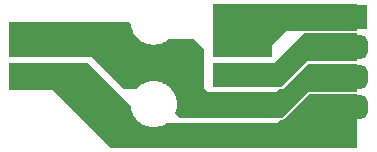
<source format=gbr>
%TF.GenerationSoftware,Altium Limited,Altium Designer,21.2.2 (38)*%
G04 Layer_Physical_Order=1*
G04 Layer_Color=255*
%FSLAX45Y45*%
%MOMM*%
%TF.SameCoordinates,3995F6FB-8084-4E5D-8546-3C017CB94CB1*%
%TF.FilePolarity,Positive*%
%TF.FileFunction,Copper,L1,Top,Signal*%
%TF.Part,Single*%
G01*
G75*
%TA.AperFunction,ComponentPad*%
%ADD10C,1.50000*%
%ADD11R,1.50000X1.50000*%
G04:AMPARAMS|DCode=12|XSize=2mm|YSize=5mm|CornerRadius=0.5mm|HoleSize=0mm|Usage=FLASHONLY|Rotation=270.000|XOffset=0mm|YOffset=0mm|HoleType=Round|Shape=RoundedRectangle|*
%AMROUNDEDRECTD12*
21,1,2.00000,4.00000,0,0,270.0*
21,1,1.00000,5.00000,0,0,270.0*
1,1,1.00000,-2.00000,-0.50000*
1,1,1.00000,-2.00000,0.50000*
1,1,1.00000,2.00000,0.50000*
1,1,1.00000,2.00000,-0.50000*
%
%ADD12ROUNDEDRECTD12*%
%ADD13R,5.00000X2.00000*%
G36*
X2974512Y1021920D02*
X2369979D01*
X2249979Y901920D01*
Y801920D01*
X1749979D01*
Y1251921D01*
X2974512D01*
Y1021920D01*
D02*
G37*
G36*
Y761920D02*
X2549979D01*
X2329979Y541920D01*
X1749979D01*
Y751921D01*
X2269979D01*
X2519979Y1001921D01*
X2974512D01*
Y761920D01*
D02*
G37*
G36*
X1055344Y1076556D02*
X1061533Y1045440D01*
X1062494Y1043120D01*
X1062984Y1040659D01*
X1075799Y1009720D01*
X1077194Y1007632D01*
X1078154Y1005313D01*
X1096758Y977470D01*
X1098533Y975695D01*
X1099928Y973607D01*
X1123607Y949929D01*
X1125695Y948534D01*
X1127470Y946758D01*
X1155313Y928154D01*
X1157633Y927193D01*
X1159720Y925799D01*
X1190658Y912984D01*
X1193121Y912494D01*
X1195440Y911533D01*
X1228284Y905000D01*
X1230795D01*
X1233256Y904511D01*
X1266743D01*
X1269206Y905000D01*
X1271716D01*
X1304560Y911533D01*
X1306880Y912494D01*
X1309341Y912984D01*
X1340280Y925799D01*
X1342368Y927194D01*
X1344686Y928154D01*
X1372530Y946758D01*
X1374305Y948534D01*
X1376392Y949928D01*
X1378385Y951920D01*
X1589979D01*
X1679979Y861921D01*
Y531920D01*
X1709979Y501921D01*
X2289979D01*
X2313743Y525684D01*
X2329979D01*
X2341459Y530440D01*
X2552940Y741921D01*
X2974512D01*
Y501921D01*
X2559979D01*
X2339979Y281920D01*
X1469979D01*
X1429467Y322433D01*
X1437016Y340658D01*
X1437506Y343120D01*
X1438467Y345440D01*
X1445000Y378283D01*
Y380795D01*
X1445490Y383256D01*
Y400000D01*
Y416743D01*
X1445000Y419205D01*
Y421716D01*
X1438467Y454560D01*
X1437506Y456879D01*
X1437016Y459341D01*
X1424201Y490280D01*
X1422806Y492368D01*
X1421846Y494686D01*
X1403242Y522530D01*
X1401466Y524305D01*
X1400072Y526392D01*
X1376392Y550071D01*
X1374305Y551466D01*
X1372530Y553241D01*
X1344686Y571846D01*
X1342367Y572807D01*
X1340280Y574201D01*
X1309342Y587016D01*
X1306879Y587506D01*
X1304560Y588467D01*
X1271716Y595000D01*
X1269205D01*
X1266743Y595490D01*
X1233256D01*
X1230795Y595000D01*
X1228283D01*
X1195440Y588467D01*
X1193121Y587506D01*
X1190659Y587016D01*
X1159720Y574201D01*
X1157632Y572806D01*
X1155313Y571845D01*
X1127470Y553241D01*
X1125695Y551466D01*
X1123607Y550072D01*
X1105457Y531920D01*
X999979D01*
X729979Y801920D01*
X25488D01*
Y1091921D01*
X1039979D01*
X1055344Y1076556D01*
D02*
G37*
G36*
X1054510Y384335D02*
Y383256D01*
X1055000Y380794D01*
Y378283D01*
X1061533Y345440D01*
X1062494Y343120D01*
X1062984Y340658D01*
X1075799Y309720D01*
X1077194Y307632D01*
X1078154Y305313D01*
X1096758Y277470D01*
X1098533Y275695D01*
X1099928Y273607D01*
X1123607Y249928D01*
X1125695Y248533D01*
X1127470Y246758D01*
X1155313Y228154D01*
X1157633Y227193D01*
X1159720Y225799D01*
X1190658Y212984D01*
X1193121Y212494D01*
X1195440Y211533D01*
X1228284Y205000D01*
X1230795D01*
X1233256Y204510D01*
X1266743D01*
X1269206Y205000D01*
X1271716D01*
X1304560Y211533D01*
X1306880Y212494D01*
X1309341Y212984D01*
X1340280Y225799D01*
X1342368Y227194D01*
X1344686Y228154D01*
X1360101Y238453D01*
X2296512D01*
X2323743Y265685D01*
X2339979D01*
X2351459Y270440D01*
X2566704Y485685D01*
X2974512D01*
Y25488D01*
X886411D01*
X389979Y521920D01*
X25488D01*
Y751921D01*
X686925D01*
X1054510Y384335D01*
D02*
G37*
D10*
X246000Y623000D02*
D03*
Y877000D02*
D03*
X500000Y623000D02*
D03*
X2100000D02*
D03*
X1846000Y877000D02*
D03*
Y623000D02*
D03*
D11*
X500000Y877000D02*
D03*
X2100000D02*
D03*
D12*
X2810000Y372000D02*
D03*
Y626000D02*
D03*
Y880000D02*
D03*
D13*
Y1134000D02*
D03*
%TF.MD5,74d54240cb41fb7e60365fdb53adf17e*%
M02*

</source>
